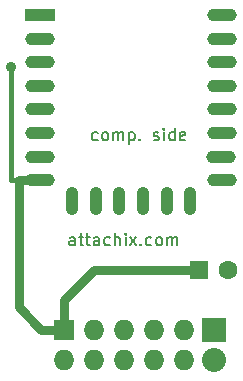
<source format=gbr>
G04 #@! TF.FileFunction,Copper,L1,Top,Signal*
%FSLAX46Y46*%
G04 Gerber Fmt 4.6, Leading zero omitted, Abs format (unit mm)*
G04 Created by KiCad (PCBNEW 4.0.5) date 02/08/17 01:10:26*
%MOMM*%
%LPD*%
G01*
G04 APERTURE LIST*
%ADD10C,0.100000*%
%ADD11C,0.200000*%
%ADD12R,1.600000X1.600000*%
%ADD13C,1.600000*%
%ADD14R,1.727200X1.727200*%
%ADD15O,1.727200X1.727200*%
%ADD16R,2.032000X2.032000*%
%ADD17O,2.032000X2.032000*%
%ADD18R,2.500000X1.100000*%
%ADD19O,2.500000X1.100000*%
%ADD20O,1.100000X2.400000*%
%ADD21C,0.900000*%
%ADD22C,0.800000*%
%ADD23C,0.400000*%
%ADD24C,0.250000*%
G04 APERTURE END LIST*
D10*
D11*
X148280953Y-99512381D02*
X148280953Y-98988571D01*
X148233334Y-98893333D01*
X148138096Y-98845714D01*
X147947619Y-98845714D01*
X147852381Y-98893333D01*
X148280953Y-99464762D02*
X148185715Y-99512381D01*
X147947619Y-99512381D01*
X147852381Y-99464762D01*
X147804762Y-99369524D01*
X147804762Y-99274286D01*
X147852381Y-99179048D01*
X147947619Y-99131429D01*
X148185715Y-99131429D01*
X148280953Y-99083810D01*
X148614286Y-98845714D02*
X148995238Y-98845714D01*
X148757143Y-98512381D02*
X148757143Y-99369524D01*
X148804762Y-99464762D01*
X148900000Y-99512381D01*
X148995238Y-99512381D01*
X149185715Y-98845714D02*
X149566667Y-98845714D01*
X149328572Y-98512381D02*
X149328572Y-99369524D01*
X149376191Y-99464762D01*
X149471429Y-99512381D01*
X149566667Y-99512381D01*
X150328573Y-99512381D02*
X150328573Y-98988571D01*
X150280954Y-98893333D01*
X150185716Y-98845714D01*
X149995239Y-98845714D01*
X149900001Y-98893333D01*
X150328573Y-99464762D02*
X150233335Y-99512381D01*
X149995239Y-99512381D01*
X149900001Y-99464762D01*
X149852382Y-99369524D01*
X149852382Y-99274286D01*
X149900001Y-99179048D01*
X149995239Y-99131429D01*
X150233335Y-99131429D01*
X150328573Y-99083810D01*
X151233335Y-99464762D02*
X151138097Y-99512381D01*
X150947620Y-99512381D01*
X150852382Y-99464762D01*
X150804763Y-99417143D01*
X150757144Y-99321905D01*
X150757144Y-99036190D01*
X150804763Y-98940952D01*
X150852382Y-98893333D01*
X150947620Y-98845714D01*
X151138097Y-98845714D01*
X151233335Y-98893333D01*
X151661906Y-99512381D02*
X151661906Y-98512381D01*
X152090478Y-99512381D02*
X152090478Y-98988571D01*
X152042859Y-98893333D01*
X151947621Y-98845714D01*
X151804763Y-98845714D01*
X151709525Y-98893333D01*
X151661906Y-98940952D01*
X152566668Y-99512381D02*
X152566668Y-98845714D01*
X152566668Y-98512381D02*
X152519049Y-98560000D01*
X152566668Y-98607619D01*
X152614287Y-98560000D01*
X152566668Y-98512381D01*
X152566668Y-98607619D01*
X152947620Y-99512381D02*
X153471430Y-98845714D01*
X152947620Y-98845714D02*
X153471430Y-99512381D01*
X153852382Y-99417143D02*
X153900001Y-99464762D01*
X153852382Y-99512381D01*
X153804763Y-99464762D01*
X153852382Y-99417143D01*
X153852382Y-99512381D01*
X154757144Y-99464762D02*
X154661906Y-99512381D01*
X154471429Y-99512381D01*
X154376191Y-99464762D01*
X154328572Y-99417143D01*
X154280953Y-99321905D01*
X154280953Y-99036190D01*
X154328572Y-98940952D01*
X154376191Y-98893333D01*
X154471429Y-98845714D01*
X154661906Y-98845714D01*
X154757144Y-98893333D01*
X155328572Y-99512381D02*
X155233334Y-99464762D01*
X155185715Y-99417143D01*
X155138096Y-99321905D01*
X155138096Y-99036190D01*
X155185715Y-98940952D01*
X155233334Y-98893333D01*
X155328572Y-98845714D01*
X155471430Y-98845714D01*
X155566668Y-98893333D01*
X155614287Y-98940952D01*
X155661906Y-99036190D01*
X155661906Y-99321905D01*
X155614287Y-99417143D01*
X155566668Y-99464762D01*
X155471430Y-99512381D01*
X155328572Y-99512381D01*
X156090477Y-99512381D02*
X156090477Y-98845714D01*
X156090477Y-98940952D02*
X156138096Y-98893333D01*
X156233334Y-98845714D01*
X156376192Y-98845714D01*
X156471430Y-98893333D01*
X156519049Y-98988571D01*
X156519049Y-99512381D01*
X156519049Y-98988571D02*
X156566668Y-98893333D01*
X156661906Y-98845714D01*
X156804763Y-98845714D01*
X156900001Y-98893333D01*
X156947620Y-98988571D01*
X156947620Y-99512381D01*
X150193810Y-90574762D02*
X150098572Y-90622381D01*
X149908095Y-90622381D01*
X149812857Y-90574762D01*
X149765238Y-90527143D01*
X149717619Y-90431905D01*
X149717619Y-90146190D01*
X149765238Y-90050952D01*
X149812857Y-90003333D01*
X149908095Y-89955714D01*
X150098572Y-89955714D01*
X150193810Y-90003333D01*
X150765238Y-90622381D02*
X150670000Y-90574762D01*
X150622381Y-90527143D01*
X150574762Y-90431905D01*
X150574762Y-90146190D01*
X150622381Y-90050952D01*
X150670000Y-90003333D01*
X150765238Y-89955714D01*
X150908096Y-89955714D01*
X151003334Y-90003333D01*
X151050953Y-90050952D01*
X151098572Y-90146190D01*
X151098572Y-90431905D01*
X151050953Y-90527143D01*
X151003334Y-90574762D01*
X150908096Y-90622381D01*
X150765238Y-90622381D01*
X151527143Y-90622381D02*
X151527143Y-89955714D01*
X151527143Y-90050952D02*
X151574762Y-90003333D01*
X151670000Y-89955714D01*
X151812858Y-89955714D01*
X151908096Y-90003333D01*
X151955715Y-90098571D01*
X151955715Y-90622381D01*
X151955715Y-90098571D02*
X152003334Y-90003333D01*
X152098572Y-89955714D01*
X152241429Y-89955714D01*
X152336667Y-90003333D01*
X152384286Y-90098571D01*
X152384286Y-90622381D01*
X152860476Y-89955714D02*
X152860476Y-90955714D01*
X152860476Y-90003333D02*
X152955714Y-89955714D01*
X153146191Y-89955714D01*
X153241429Y-90003333D01*
X153289048Y-90050952D01*
X153336667Y-90146190D01*
X153336667Y-90431905D01*
X153289048Y-90527143D01*
X153241429Y-90574762D01*
X153146191Y-90622381D01*
X152955714Y-90622381D01*
X152860476Y-90574762D01*
X153765238Y-90527143D02*
X153812857Y-90574762D01*
X153765238Y-90622381D01*
X153717619Y-90574762D01*
X153765238Y-90527143D01*
X153765238Y-90622381D01*
X154955714Y-90574762D02*
X155050952Y-90622381D01*
X155241428Y-90622381D01*
X155336667Y-90574762D01*
X155384286Y-90479524D01*
X155384286Y-90431905D01*
X155336667Y-90336667D01*
X155241428Y-90289048D01*
X155098571Y-90289048D01*
X155003333Y-90241429D01*
X154955714Y-90146190D01*
X154955714Y-90098571D01*
X155003333Y-90003333D01*
X155098571Y-89955714D01*
X155241428Y-89955714D01*
X155336667Y-90003333D01*
X155812857Y-90622381D02*
X155812857Y-89955714D01*
X155812857Y-89622381D02*
X155765238Y-89670000D01*
X155812857Y-89717619D01*
X155860476Y-89670000D01*
X155812857Y-89622381D01*
X155812857Y-89717619D01*
X156717619Y-90622381D02*
X156717619Y-89622381D01*
X156717619Y-90574762D02*
X156622381Y-90622381D01*
X156431904Y-90622381D01*
X156336666Y-90574762D01*
X156289047Y-90527143D01*
X156241428Y-90431905D01*
X156241428Y-90146190D01*
X156289047Y-90050952D01*
X156336666Y-90003333D01*
X156431904Y-89955714D01*
X156622381Y-89955714D01*
X156717619Y-90003333D01*
X157574762Y-90574762D02*
X157479524Y-90622381D01*
X157289047Y-90622381D01*
X157193809Y-90574762D01*
X157146190Y-90479524D01*
X157146190Y-90098571D01*
X157193809Y-90003333D01*
X157289047Y-89955714D01*
X157479524Y-89955714D01*
X157574762Y-90003333D01*
X157622381Y-90098571D01*
X157622381Y-90193810D01*
X157146190Y-90289048D01*
D12*
X158750000Y-101600000D03*
D13*
X161250000Y-101600000D03*
D14*
X147320000Y-106680000D03*
D15*
X147320000Y-109220000D03*
X149860000Y-106680000D03*
X149860000Y-109220000D03*
X152400000Y-106680000D03*
X152400000Y-109220000D03*
X154940000Y-106680000D03*
X154940000Y-109220000D03*
X157480000Y-106680000D03*
X157480000Y-109220000D03*
D16*
X160020000Y-106680000D03*
D17*
X160020000Y-109220000D03*
D18*
X145350000Y-80010000D03*
D19*
X145350000Y-82010000D03*
X145350000Y-84010000D03*
X145350000Y-86010000D03*
X145350000Y-88010000D03*
X145350000Y-90010000D03*
X145350000Y-92010000D03*
X145350000Y-94010000D03*
X160750000Y-94010000D03*
X160650000Y-92010000D03*
X160750000Y-90010000D03*
X160750000Y-88010000D03*
X160750000Y-86010000D03*
X160750000Y-84010000D03*
X160750000Y-82010000D03*
X160750000Y-80010000D03*
D20*
X148040000Y-95760000D03*
X150040000Y-95760000D03*
X152040000Y-95760000D03*
X154040000Y-95760000D03*
X156040000Y-95760000D03*
X158040000Y-95760000D03*
D21*
X142874996Y-84455000D03*
D22*
X143510000Y-95885000D02*
X143510000Y-93980000D01*
X143510000Y-104775000D02*
X143510000Y-95885000D01*
X145415000Y-106680000D02*
X143510000Y-104775000D01*
X147320000Y-106680000D02*
X145415000Y-106680000D01*
X143510000Y-93980000D02*
X146020000Y-93980000D01*
D23*
X146050000Y-94010000D02*
X145235773Y-94010000D01*
X145235773Y-94010000D02*
X145205773Y-93980000D01*
X145205773Y-93980000D02*
X142875000Y-93980000D01*
X142875000Y-93980000D02*
X142874996Y-93979996D01*
X142874996Y-93979996D02*
X142874996Y-85091396D01*
X142874996Y-85091396D02*
X142874996Y-84455000D01*
D24*
X146020000Y-93980000D02*
X146050000Y-94010000D01*
D22*
X158750000Y-101600000D02*
X149860000Y-101600000D01*
X149860000Y-101600000D02*
X147320000Y-104140000D01*
X147320000Y-104140000D02*
X147320000Y-106680000D01*
M02*

</source>
